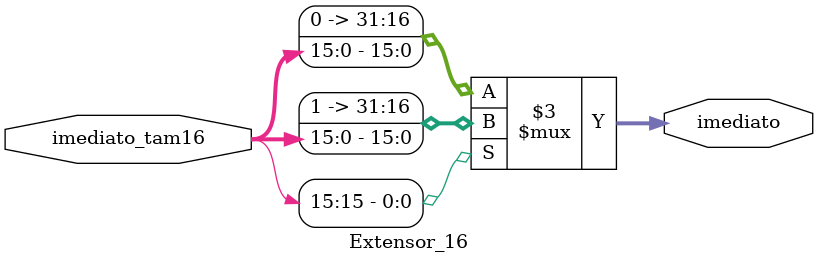
<source format=v>
module Extensor_16 (imediato_tam16, imediato);

	input [15:0]imediato_tam16; //Entrada do IMEDIATO com tamanho de 16 bits
	output reg [31:0]imediato;  //Saida de IMEDIATO de 32 bits
	
	always @(*)
	begin
		if(imediato_tam16[15]) begin
			imediato = {16'b1111111111111111,imediato_tam16};
		end else begin
			imediato = {16'b0000000000000000,imediato_tam16};
		end
	end
endmodule 
</source>
